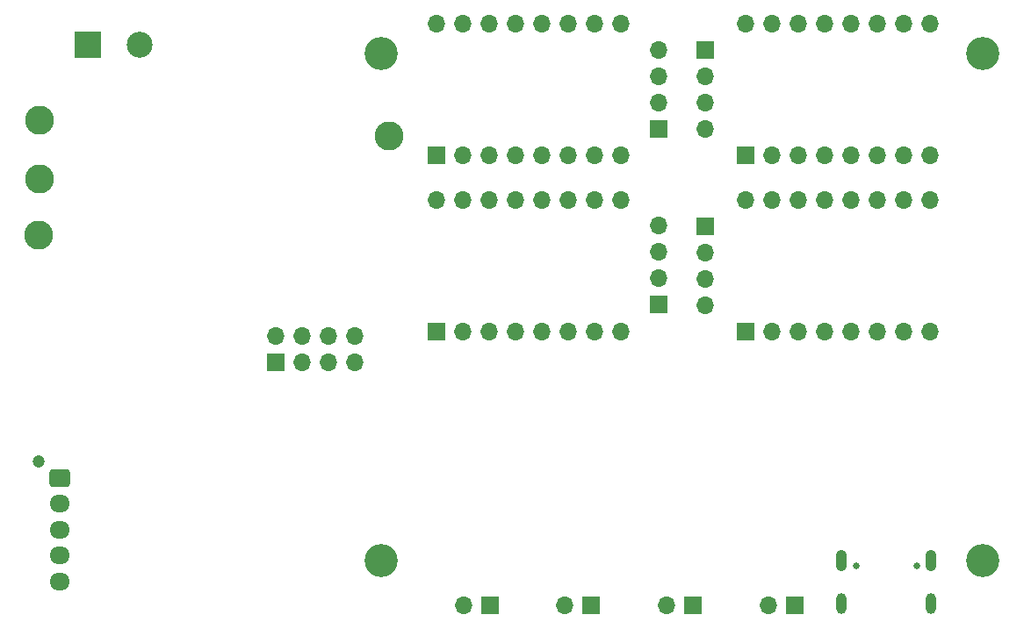
<source format=gbr>
%TF.GenerationSoftware,KiCad,Pcbnew,(6.0.2-0)*%
%TF.CreationDate,2022-05-18T10:29:49+02:00*%
%TF.ProjectId,Huge-Stepper-Driver,48756765-2d53-4746-9570-7065722d4472,rev?*%
%TF.SameCoordinates,Original*%
%TF.FileFunction,Soldermask,Bot*%
%TF.FilePolarity,Negative*%
%FSLAX46Y46*%
G04 Gerber Fmt 4.6, Leading zero omitted, Abs format (unit mm)*
G04 Created by KiCad (PCBNEW (6.0.2-0)) date 2022-05-18 10:29:49*
%MOMM*%
%LPD*%
G01*
G04 APERTURE LIST*
G04 Aperture macros list*
%AMRoundRect*
0 Rectangle with rounded corners*
0 $1 Rounding radius*
0 $2 $3 $4 $5 $6 $7 $8 $9 X,Y pos of 4 corners*
0 Add a 4 corners polygon primitive as box body*
4,1,4,$2,$3,$4,$5,$6,$7,$8,$9,$2,$3,0*
0 Add four circle primitives for the rounded corners*
1,1,$1+$1,$2,$3*
1,1,$1+$1,$4,$5*
1,1,$1+$1,$6,$7*
1,1,$1+$1,$8,$9*
0 Add four rect primitives between the rounded corners*
20,1,$1+$1,$2,$3,$4,$5,0*
20,1,$1+$1,$4,$5,$6,$7,0*
20,1,$1+$1,$6,$7,$8,$9,0*
20,1,$1+$1,$8,$9,$2,$3,0*%
G04 Aperture macros list end*
%ADD10R,1.700000X1.700000*%
%ADD11O,1.700000X1.700000*%
%ADD12R,2.500000X2.500000*%
%ADD13C,2.500000*%
%ADD14C,2.800000*%
%ADD15C,3.200000*%
%ADD16C,0.650000*%
%ADD17O,1.050000X2.100000*%
%ADD18O,1.000000X2.000000*%
%ADD19C,1.200000*%
%ADD20RoundRect,0.250000X-0.725000X0.600000X-0.725000X-0.600000X0.725000X-0.600000X0.725000X0.600000X0*%
%ADD21O,1.950000X1.700000*%
G04 APERTURE END LIST*
D10*
%TO.C,U5*%
X131317500Y-91871800D03*
D11*
X133857500Y-91871800D03*
X136397500Y-91871800D03*
X138937500Y-91871800D03*
X141477500Y-91871800D03*
X144017500Y-91871800D03*
X146557500Y-91871800D03*
X149097500Y-91871800D03*
X149097500Y-79171800D03*
X146557500Y-79171800D03*
X144017500Y-79171800D03*
X141477500Y-79171800D03*
X138937500Y-79171800D03*
X136397500Y-79171800D03*
X133857500Y-79171800D03*
X131317500Y-79171800D03*
%TD*%
D10*
%TO.C,J4*%
X136460000Y-135240000D03*
D11*
X133920000Y-135240000D03*
%TD*%
D12*
%TO.C,J1*%
X97750000Y-81150000D03*
D13*
X102750000Y-81150000D03*
%TD*%
D14*
%TO.C,TP4*%
X93000000Y-99560000D03*
%TD*%
D15*
%TO.C,H2*%
X184000000Y-82000000D03*
%TD*%
%TO.C,H1*%
X126000000Y-82000000D03*
%TD*%
D10*
%TO.C,J6*%
X156069840Y-135240000D03*
D11*
X153529840Y-135240000D03*
%TD*%
D10*
%TO.C,J14*%
X157227500Y-98680000D03*
D11*
X157227500Y-101220000D03*
X157227500Y-103760000D03*
X157227500Y-106300000D03*
%TD*%
D16*
%TO.C,J2*%
X171820000Y-131440000D03*
X177600000Y-131440000D03*
D17*
X170390000Y-130940000D03*
D18*
X170390000Y-135120000D03*
X179030000Y-135120000D03*
D17*
X179030000Y-130940000D03*
%TD*%
D10*
%TO.C,J5*%
X146264920Y-135240000D03*
D11*
X143724920Y-135240000D03*
%TD*%
D14*
%TO.C,TP1*%
X126760000Y-89980000D03*
%TD*%
D15*
%TO.C,H3*%
X126000000Y-131000000D03*
%TD*%
D10*
%TO.C,J8*%
X157227500Y-81721800D03*
D11*
X157227500Y-84261800D03*
X157227500Y-86801800D03*
X157227500Y-89341800D03*
%TD*%
D10*
%TO.C,J9*%
X165874760Y-135240000D03*
D11*
X163334760Y-135240000D03*
%TD*%
D10*
%TO.C,U8*%
X161134200Y-108830000D03*
D11*
X163674200Y-108830000D03*
X166214200Y-108830000D03*
X168754200Y-108830000D03*
X171294200Y-108830000D03*
X173834200Y-108830000D03*
X176374200Y-108830000D03*
X178914200Y-108830000D03*
X178914200Y-96130000D03*
X176374200Y-96130000D03*
X173834200Y-96130000D03*
X171294200Y-96130000D03*
X168754200Y-96130000D03*
X166214200Y-96130000D03*
X163674200Y-96130000D03*
X161134200Y-96130000D03*
%TD*%
D10*
%TO.C,U6*%
X161134200Y-91871800D03*
D11*
X163674200Y-91871800D03*
X166214200Y-91871800D03*
X168754200Y-91871800D03*
X171294200Y-91871800D03*
X173834200Y-91871800D03*
X176374200Y-91871800D03*
X178914200Y-91871800D03*
X178914200Y-79171800D03*
X176374200Y-79171800D03*
X173834200Y-79171800D03*
X171294200Y-79171800D03*
X168754200Y-79171800D03*
X166214200Y-79171800D03*
X163674200Y-79171800D03*
X161134200Y-79171800D03*
%TD*%
D10*
%TO.C,J13*%
X152790000Y-106280000D03*
D11*
X152790000Y-103740000D03*
X152790000Y-101200000D03*
X152790000Y-98660000D03*
%TD*%
D14*
%TO.C,TP2*%
X93050000Y-94120000D03*
%TD*%
D10*
%TO.C,J7*%
X152790000Y-89321800D03*
D11*
X152790000Y-86781800D03*
X152790000Y-84241800D03*
X152790000Y-81701800D03*
%TD*%
D10*
%TO.C,J3*%
X115850000Y-111850000D03*
D11*
X115850000Y-109310000D03*
X118390000Y-111850000D03*
X118390000Y-109310000D03*
X120930000Y-111850000D03*
X120930000Y-109310000D03*
X123470000Y-111850000D03*
X123470000Y-109310000D03*
%TD*%
D14*
%TO.C,TP3*%
X93050000Y-88450000D03*
%TD*%
D10*
%TO.C,U7*%
X131317500Y-108830000D03*
D11*
X133857500Y-108830000D03*
X136397500Y-108830000D03*
X138937500Y-108830000D03*
X141477500Y-108830000D03*
X144017500Y-108830000D03*
X146557500Y-108830000D03*
X149097500Y-108830000D03*
X149097500Y-96130000D03*
X146557500Y-96130000D03*
X144017500Y-96130000D03*
X141477500Y-96130000D03*
X138937500Y-96130000D03*
X136397500Y-96130000D03*
X133857500Y-96130000D03*
X131317500Y-96130000D03*
%TD*%
D15*
%TO.C,H4*%
X184000000Y-131000000D03*
%TD*%
D19*
%TO.C,J21*%
X92972600Y-121392000D03*
D20*
X94972600Y-122992000D03*
D21*
X94972600Y-125492000D03*
X94972600Y-127992000D03*
X94972600Y-130492000D03*
X94972600Y-132992000D03*
%TD*%
M02*

</source>
